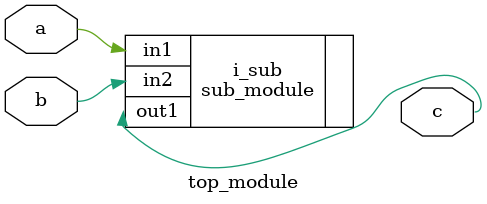
<source format=sv>
module top_module (
    input  logic a,
    input  logic b,
    output logic c
);
    sub_module i_sub (
        .in1(a),
        .in2(b),
        .out1(c)
    );
endmodule
</source>
